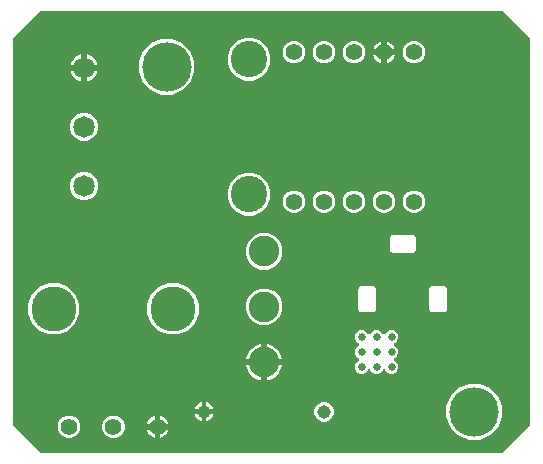
<source format=gbr>
G04 EAGLE Gerber RS-274X export*
G75*
%MOMM*%
%FSLAX34Y34*%
%LPD*%
%INCopper Layer 2*%
%IPPOS*%
%AMOC8*
5,1,8,0,0,1.08239X$1,22.5*%
G01*
%ADD10C,1.400000*%
%ADD11C,3.080000*%
%ADD12C,3.816000*%
%ADD13C,2.590000*%
%ADD14C,1.820000*%
%ADD15C,4.191000*%
%ADD16C,1.137919*%
%ADD17C,0.654800*%

G36*
X417304Y3315D02*
X417304Y3315D01*
X417403Y3318D01*
X417462Y3335D01*
X417522Y3343D01*
X417614Y3379D01*
X417709Y3407D01*
X417761Y3437D01*
X417817Y3460D01*
X417897Y3518D01*
X417983Y3568D01*
X418058Y3634D01*
X418075Y3646D01*
X418083Y3656D01*
X418104Y3674D01*
X440826Y26396D01*
X440886Y26475D01*
X440954Y26547D01*
X440983Y26600D01*
X441020Y26648D01*
X441060Y26739D01*
X441108Y26825D01*
X441123Y26884D01*
X441147Y26939D01*
X441162Y27037D01*
X441187Y27133D01*
X441193Y27233D01*
X441197Y27254D01*
X441195Y27266D01*
X441197Y27294D01*
X441197Y353706D01*
X441185Y353804D01*
X441182Y353903D01*
X441165Y353962D01*
X441157Y354022D01*
X441121Y354114D01*
X441093Y354209D01*
X441063Y354261D01*
X441040Y354317D01*
X440982Y354397D01*
X440932Y354483D01*
X440866Y354558D01*
X440854Y354575D01*
X440844Y354583D01*
X440826Y354604D01*
X418104Y377326D01*
X418025Y377386D01*
X417953Y377454D01*
X417900Y377483D01*
X417852Y377520D01*
X417761Y377560D01*
X417675Y377608D01*
X417616Y377623D01*
X417561Y377647D01*
X417463Y377662D01*
X417367Y377687D01*
X417267Y377693D01*
X417246Y377697D01*
X417234Y377695D01*
X417206Y377697D01*
X27294Y377697D01*
X27196Y377685D01*
X27097Y377682D01*
X27038Y377665D01*
X26978Y377657D01*
X26886Y377621D01*
X26791Y377593D01*
X26739Y377563D01*
X26683Y377540D01*
X26603Y377482D01*
X26517Y377432D01*
X26442Y377366D01*
X26425Y377354D01*
X26417Y377344D01*
X26396Y377326D01*
X3674Y354604D01*
X3614Y354525D01*
X3546Y354453D01*
X3517Y354400D01*
X3480Y354352D01*
X3440Y354261D01*
X3392Y354175D01*
X3377Y354116D01*
X3353Y354061D01*
X3338Y353963D01*
X3313Y353867D01*
X3307Y353767D01*
X3303Y353746D01*
X3305Y353734D01*
X3303Y353706D01*
X3303Y27294D01*
X3315Y27196D01*
X3318Y27097D01*
X3335Y27038D01*
X3343Y26978D01*
X3379Y26886D01*
X3407Y26791D01*
X3437Y26739D01*
X3460Y26683D01*
X3518Y26603D01*
X3568Y26517D01*
X3634Y26442D01*
X3646Y26425D01*
X3656Y26417D01*
X3674Y26396D01*
X26396Y3674D01*
X26475Y3614D01*
X26547Y3546D01*
X26600Y3517D01*
X26648Y3480D01*
X26739Y3440D01*
X26825Y3392D01*
X26884Y3377D01*
X26939Y3353D01*
X27037Y3338D01*
X27133Y3313D01*
X27233Y3307D01*
X27254Y3303D01*
X27266Y3305D01*
X27294Y3303D01*
X417206Y3303D01*
X417304Y3315D01*
G37*
%LPC*%
G36*
X128676Y306704D02*
X128676Y306704D01*
X120041Y310281D01*
X113431Y316891D01*
X109854Y325526D01*
X109854Y334874D01*
X113431Y343509D01*
X120041Y350119D01*
X128676Y353696D01*
X138024Y353696D01*
X146659Y350119D01*
X153269Y343509D01*
X156846Y334874D01*
X156846Y325526D01*
X153269Y316891D01*
X146659Y310281D01*
X138024Y306704D01*
X128676Y306704D01*
G37*
%LPD*%
%LPC*%
G36*
X389026Y14604D02*
X389026Y14604D01*
X380391Y18181D01*
X373781Y24791D01*
X370204Y33426D01*
X370204Y42774D01*
X373781Y51409D01*
X380391Y58019D01*
X389026Y61596D01*
X398374Y61596D01*
X407009Y58019D01*
X413619Y51409D01*
X417196Y42774D01*
X417196Y33426D01*
X413619Y24791D01*
X407009Y18181D01*
X398374Y14604D01*
X389026Y14604D01*
G37*
%LPD*%
%LPC*%
G36*
X33418Y103601D02*
X33418Y103601D01*
X25472Y106893D01*
X19390Y112975D01*
X16098Y120921D01*
X16098Y129523D01*
X19390Y137469D01*
X25472Y143551D01*
X33418Y146843D01*
X42020Y146843D01*
X49966Y143551D01*
X56048Y137469D01*
X59340Y129523D01*
X59340Y120921D01*
X56048Y112975D01*
X49966Y106893D01*
X42020Y103601D01*
X33418Y103601D01*
G37*
%LPD*%
%LPC*%
G36*
X134510Y103601D02*
X134510Y103601D01*
X126564Y106893D01*
X120482Y112975D01*
X117190Y120921D01*
X117190Y129523D01*
X120482Y137469D01*
X126564Y143551D01*
X134510Y146843D01*
X143112Y146843D01*
X151058Y143551D01*
X157140Y137469D01*
X160432Y129523D01*
X160432Y120921D01*
X157140Y112975D01*
X151058Y106893D01*
X143112Y103601D01*
X134510Y103601D01*
G37*
%LPD*%
%LPC*%
G36*
X297293Y70385D02*
X297293Y70385D01*
X295156Y71270D01*
X293520Y72906D01*
X292635Y75043D01*
X292635Y77357D01*
X293520Y79494D01*
X295156Y81129D01*
X295755Y81377D01*
X295875Y81446D01*
X295998Y81511D01*
X296013Y81525D01*
X296031Y81535D01*
X296131Y81631D01*
X296234Y81725D01*
X296245Y81742D01*
X296259Y81756D01*
X296332Y81875D01*
X296408Y81991D01*
X296415Y82010D01*
X296426Y82027D01*
X296466Y82160D01*
X296512Y82292D01*
X296513Y82312D01*
X296519Y82331D01*
X296526Y82470D01*
X296537Y82609D01*
X296533Y82629D01*
X296534Y82649D01*
X296506Y82785D01*
X296482Y82922D01*
X296474Y82941D01*
X296470Y82960D01*
X296409Y83085D01*
X296352Y83212D01*
X296339Y83228D01*
X296330Y83246D01*
X296240Y83352D01*
X296153Y83460D01*
X296137Y83473D01*
X296124Y83488D01*
X296010Y83568D01*
X295899Y83652D01*
X295874Y83664D01*
X295864Y83671D01*
X295845Y83678D01*
X295755Y83723D01*
X295156Y83970D01*
X293520Y85606D01*
X292635Y87743D01*
X292635Y90057D01*
X293520Y92194D01*
X295156Y93830D01*
X295755Y94077D01*
X295875Y94146D01*
X295998Y94211D01*
X296013Y94225D01*
X296031Y94235D01*
X296131Y94332D01*
X296234Y94425D01*
X296245Y94442D01*
X296259Y94456D01*
X296332Y94575D01*
X296408Y94691D01*
X296415Y94710D01*
X296426Y94727D01*
X296466Y94860D01*
X296512Y94992D01*
X296513Y95012D01*
X296519Y95031D01*
X296526Y95170D01*
X296537Y95309D01*
X296533Y95329D01*
X296534Y95349D01*
X296506Y95485D01*
X296482Y95622D01*
X296474Y95641D01*
X296470Y95660D01*
X296409Y95785D01*
X296352Y95912D01*
X296339Y95928D01*
X296330Y95946D01*
X296240Y96052D01*
X296153Y96160D01*
X296137Y96173D01*
X296124Y96188D01*
X296010Y96268D01*
X295899Y96352D01*
X295874Y96364D01*
X295864Y96371D01*
X295845Y96378D01*
X295755Y96423D01*
X295156Y96671D01*
X293520Y98306D01*
X292635Y100443D01*
X292635Y102757D01*
X293520Y104894D01*
X295156Y106530D01*
X297293Y107415D01*
X299607Y107415D01*
X301744Y106530D01*
X303379Y104894D01*
X303627Y104295D01*
X303696Y104175D01*
X303761Y104052D01*
X303775Y104037D01*
X303785Y104019D01*
X303881Y103919D01*
X303975Y103816D01*
X303992Y103805D01*
X304006Y103791D01*
X304125Y103718D01*
X304241Y103642D01*
X304260Y103635D01*
X304277Y103624D01*
X304410Y103584D01*
X304542Y103538D01*
X304562Y103537D01*
X304581Y103531D01*
X304720Y103524D01*
X304859Y103513D01*
X304879Y103517D01*
X304899Y103516D01*
X305035Y103544D01*
X305172Y103568D01*
X305191Y103576D01*
X305210Y103580D01*
X305335Y103641D01*
X305462Y103698D01*
X305478Y103711D01*
X305496Y103720D01*
X305602Y103810D01*
X305710Y103897D01*
X305723Y103913D01*
X305738Y103926D01*
X305818Y104040D01*
X305902Y104151D01*
X305914Y104176D01*
X305921Y104186D01*
X305928Y104205D01*
X305973Y104295D01*
X306220Y104894D01*
X307856Y106530D01*
X309993Y107415D01*
X312307Y107415D01*
X314444Y106530D01*
X316079Y104894D01*
X316327Y104295D01*
X316396Y104175D01*
X316461Y104052D01*
X316475Y104037D01*
X316485Y104019D01*
X316581Y103919D01*
X316675Y103816D01*
X316692Y103805D01*
X316706Y103791D01*
X316825Y103718D01*
X316941Y103642D01*
X316960Y103635D01*
X316977Y103624D01*
X317110Y103584D01*
X317242Y103538D01*
X317262Y103537D01*
X317281Y103531D01*
X317420Y103524D01*
X317559Y103513D01*
X317579Y103517D01*
X317599Y103516D01*
X317735Y103544D01*
X317872Y103568D01*
X317891Y103576D01*
X317910Y103580D01*
X318035Y103641D01*
X318162Y103698D01*
X318178Y103711D01*
X318196Y103720D01*
X318302Y103810D01*
X318410Y103897D01*
X318423Y103913D01*
X318438Y103926D01*
X318518Y104040D01*
X318602Y104151D01*
X318614Y104176D01*
X318621Y104186D01*
X318628Y104205D01*
X318673Y104295D01*
X318920Y104894D01*
X320556Y106530D01*
X322693Y107415D01*
X325007Y107415D01*
X327144Y106530D01*
X328780Y104894D01*
X329665Y102757D01*
X329665Y100443D01*
X328780Y98306D01*
X327144Y96671D01*
X326545Y96423D01*
X326425Y96354D01*
X326302Y96289D01*
X326287Y96275D01*
X326269Y96265D01*
X326169Y96169D01*
X326066Y96075D01*
X326055Y96058D01*
X326041Y96044D01*
X325968Y95925D01*
X325892Y95809D01*
X325885Y95790D01*
X325874Y95773D01*
X325834Y95640D01*
X325788Y95508D01*
X325787Y95488D01*
X325781Y95469D01*
X325774Y95330D01*
X325763Y95191D01*
X325767Y95171D01*
X325766Y95151D01*
X325794Y95015D01*
X325818Y94878D01*
X325826Y94859D01*
X325830Y94840D01*
X325891Y94715D01*
X325948Y94588D01*
X325961Y94572D01*
X325970Y94554D01*
X326060Y94448D01*
X326147Y94340D01*
X326163Y94327D01*
X326176Y94312D01*
X326290Y94232D01*
X326401Y94148D01*
X326426Y94136D01*
X326436Y94129D01*
X326455Y94122D01*
X326545Y94077D01*
X327144Y93830D01*
X328780Y92194D01*
X329665Y90057D01*
X329665Y87743D01*
X328780Y85606D01*
X327144Y83970D01*
X326545Y83723D01*
X326425Y83654D01*
X326302Y83589D01*
X326287Y83575D01*
X326269Y83565D01*
X326169Y83468D01*
X326066Y83375D01*
X326055Y83358D01*
X326041Y83344D01*
X325968Y83225D01*
X325892Y83109D01*
X325885Y83090D01*
X325874Y83073D01*
X325834Y82940D01*
X325788Y82808D01*
X325787Y82788D01*
X325781Y82769D01*
X325774Y82630D01*
X325763Y82491D01*
X325767Y82471D01*
X325766Y82451D01*
X325794Y82315D01*
X325818Y82178D01*
X325826Y82159D01*
X325830Y82140D01*
X325891Y82015D01*
X325948Y81888D01*
X325961Y81872D01*
X325970Y81854D01*
X326060Y81748D01*
X326147Y81640D01*
X326163Y81627D01*
X326176Y81612D01*
X326290Y81532D01*
X326401Y81448D01*
X326426Y81436D01*
X326436Y81429D01*
X326455Y81422D01*
X326545Y81377D01*
X327144Y81129D01*
X328780Y79494D01*
X329665Y77357D01*
X329665Y75043D01*
X328780Y72906D01*
X327144Y71270D01*
X325007Y70385D01*
X322693Y70385D01*
X320556Y71270D01*
X318920Y72906D01*
X318673Y73505D01*
X318604Y73625D01*
X318539Y73748D01*
X318525Y73763D01*
X318515Y73781D01*
X318418Y73881D01*
X318325Y73984D01*
X318308Y73995D01*
X318294Y74009D01*
X318176Y74082D01*
X318059Y74158D01*
X318040Y74165D01*
X318023Y74176D01*
X317890Y74216D01*
X317758Y74262D01*
X317738Y74263D01*
X317719Y74269D01*
X317579Y74276D01*
X317441Y74287D01*
X317421Y74283D01*
X317401Y74284D01*
X317264Y74256D01*
X317128Y74232D01*
X317110Y74224D01*
X317090Y74220D01*
X316964Y74159D01*
X316838Y74102D01*
X316822Y74089D01*
X316804Y74080D01*
X316698Y73990D01*
X316589Y73903D01*
X316577Y73887D01*
X316562Y73874D01*
X316482Y73761D01*
X316398Y73649D01*
X316386Y73624D01*
X316379Y73614D01*
X316372Y73595D01*
X316327Y73505D01*
X316079Y72906D01*
X314444Y71270D01*
X312307Y70385D01*
X309993Y70385D01*
X307856Y71270D01*
X306220Y72906D01*
X305973Y73505D01*
X305904Y73625D01*
X305839Y73748D01*
X305825Y73763D01*
X305815Y73781D01*
X305718Y73881D01*
X305625Y73984D01*
X305608Y73995D01*
X305594Y74009D01*
X305476Y74082D01*
X305359Y74158D01*
X305340Y74165D01*
X305323Y74176D01*
X305190Y74216D01*
X305058Y74262D01*
X305038Y74263D01*
X305019Y74269D01*
X304879Y74276D01*
X304741Y74287D01*
X304721Y74283D01*
X304701Y74284D01*
X304564Y74256D01*
X304428Y74232D01*
X304410Y74224D01*
X304390Y74220D01*
X304264Y74159D01*
X304138Y74102D01*
X304122Y74089D01*
X304104Y74080D01*
X303998Y73990D01*
X303889Y73903D01*
X303877Y73887D01*
X303862Y73874D01*
X303782Y73761D01*
X303698Y73649D01*
X303686Y73624D01*
X303679Y73614D01*
X303672Y73595D01*
X303627Y73505D01*
X303379Y72906D01*
X301744Y71270D01*
X299607Y70385D01*
X297293Y70385D01*
G37*
%LPD*%
%LPC*%
G36*
X199631Y318609D02*
X199631Y318609D01*
X193037Y321341D01*
X187991Y326387D01*
X185259Y332981D01*
X185259Y340119D01*
X187991Y346713D01*
X193037Y351759D01*
X199631Y354491D01*
X206769Y354491D01*
X213363Y351759D01*
X218409Y346713D01*
X221141Y340119D01*
X221141Y332981D01*
X218409Y326387D01*
X213363Y321341D01*
X206769Y318609D01*
X199631Y318609D01*
G37*
%LPD*%
%LPC*%
G36*
X199631Y204309D02*
X199631Y204309D01*
X193037Y207041D01*
X187991Y212087D01*
X185259Y218681D01*
X185259Y225819D01*
X187991Y232413D01*
X193037Y237459D01*
X199631Y240191D01*
X206769Y240191D01*
X213363Y237459D01*
X218409Y232413D01*
X221141Y225819D01*
X221141Y218681D01*
X218409Y212087D01*
X213363Y207041D01*
X206769Y204309D01*
X199631Y204309D01*
G37*
%LPD*%
%LPC*%
G36*
X212819Y158509D02*
X212819Y158509D01*
X207125Y160868D01*
X202768Y165225D01*
X200409Y170919D01*
X200409Y177081D01*
X202768Y182775D01*
X207125Y187132D01*
X212819Y189491D01*
X218981Y189491D01*
X224675Y187132D01*
X229032Y182775D01*
X231391Y177081D01*
X231391Y170919D01*
X229032Y165225D01*
X224675Y160868D01*
X218981Y158509D01*
X212819Y158509D01*
G37*
%LPD*%
%LPC*%
G36*
X212819Y111509D02*
X212819Y111509D01*
X207125Y113868D01*
X202768Y118225D01*
X200409Y123919D01*
X200409Y130081D01*
X202768Y135775D01*
X207125Y140132D01*
X212819Y142491D01*
X218981Y142491D01*
X224675Y140132D01*
X229032Y135775D01*
X231391Y130081D01*
X231391Y123919D01*
X229032Y118225D01*
X224675Y113868D01*
X218981Y111509D01*
X212819Y111509D01*
G37*
%LPD*%
%LPC*%
G36*
X61184Y267759D02*
X61184Y267759D01*
X56906Y269531D01*
X53631Y272806D01*
X51859Y277084D01*
X51859Y281716D01*
X53631Y285994D01*
X56906Y289269D01*
X61184Y291041D01*
X65816Y291041D01*
X70094Y289269D01*
X73369Y285994D01*
X75141Y281716D01*
X75141Y277084D01*
X73369Y272806D01*
X70094Y269531D01*
X65816Y267759D01*
X61184Y267759D01*
G37*
%LPD*%
%LPC*%
G36*
X61184Y217759D02*
X61184Y217759D01*
X56906Y219531D01*
X53631Y222806D01*
X51859Y227084D01*
X51859Y231716D01*
X53631Y235994D01*
X56906Y239269D01*
X61184Y241041D01*
X65816Y241041D01*
X70094Y239269D01*
X73369Y235994D01*
X75141Y231716D01*
X75141Y227084D01*
X73369Y222806D01*
X70094Y219531D01*
X65816Y217759D01*
X61184Y217759D01*
G37*
%LPD*%
%LPC*%
G36*
X357727Y122259D02*
X357727Y122259D01*
X357599Y122387D01*
X357599Y122388D01*
X357511Y122476D01*
X357443Y122528D01*
X357382Y122588D01*
X357268Y122664D01*
X357259Y122671D01*
X357255Y122672D01*
X357248Y122677D01*
X356537Y123087D01*
X356127Y123798D01*
X356076Y123866D01*
X356032Y123940D01*
X355942Y124042D01*
X355935Y124051D01*
X355932Y124054D01*
X355926Y124060D01*
X355709Y124277D01*
X355709Y142423D01*
X355837Y142551D01*
X355838Y142551D01*
X355926Y142639D01*
X355978Y142707D01*
X356038Y142768D01*
X356114Y142882D01*
X356121Y142891D01*
X356122Y142895D01*
X356127Y142902D01*
X356537Y143613D01*
X357248Y144023D01*
X357316Y144074D01*
X357390Y144118D01*
X357492Y144208D01*
X357501Y144215D01*
X357504Y144218D01*
X357510Y144224D01*
X357727Y144441D01*
X368873Y144441D01*
X369001Y144312D01*
X369089Y144224D01*
X369157Y144172D01*
X369218Y144112D01*
X369332Y144036D01*
X369341Y144029D01*
X369345Y144028D01*
X369352Y144023D01*
X370063Y143613D01*
X370473Y142902D01*
X370524Y142834D01*
X370568Y142760D01*
X370658Y142658D01*
X370665Y142649D01*
X370668Y142646D01*
X370674Y142640D01*
X370891Y142423D01*
X370891Y124277D01*
X370674Y124060D01*
X370622Y123993D01*
X370562Y123932D01*
X370486Y123818D01*
X370479Y123809D01*
X370478Y123805D01*
X370473Y123798D01*
X370063Y123087D01*
X369352Y122677D01*
X369284Y122626D01*
X369210Y122582D01*
X369108Y122492D01*
X369099Y122485D01*
X369096Y122482D01*
X369090Y122476D01*
X369002Y122388D01*
X369001Y122387D01*
X368873Y122259D01*
X357727Y122259D01*
G37*
%LPD*%
%LPC*%
G36*
X297727Y122259D02*
X297727Y122259D01*
X297599Y122387D01*
X297511Y122476D01*
X297443Y122528D01*
X297382Y122588D01*
X297268Y122664D01*
X297259Y122671D01*
X297255Y122672D01*
X297248Y122677D01*
X296537Y123087D01*
X296127Y123798D01*
X296076Y123866D01*
X296032Y123940D01*
X295942Y124042D01*
X295935Y124051D01*
X295932Y124054D01*
X295926Y124060D01*
X295709Y124277D01*
X295709Y142423D01*
X295926Y142640D01*
X295978Y142707D01*
X296038Y142768D01*
X296114Y142882D01*
X296121Y142891D01*
X296122Y142895D01*
X296127Y142902D01*
X296537Y143613D01*
X297248Y144023D01*
X297316Y144074D01*
X297390Y144118D01*
X297492Y144208D01*
X297501Y144215D01*
X297504Y144218D01*
X297510Y144224D01*
X297727Y144441D01*
X308873Y144441D01*
X309090Y144224D01*
X309157Y144172D01*
X309218Y144112D01*
X309332Y144036D01*
X309341Y144029D01*
X309345Y144028D01*
X309352Y144023D01*
X310063Y143613D01*
X310473Y142902D01*
X310524Y142834D01*
X310568Y142760D01*
X310658Y142658D01*
X310665Y142649D01*
X310668Y142646D01*
X310674Y142639D01*
X310762Y142552D01*
X310763Y142551D01*
X310891Y142423D01*
X310891Y124277D01*
X310763Y124149D01*
X310762Y124149D01*
X310674Y124061D01*
X310622Y123993D01*
X310562Y123932D01*
X310486Y123818D01*
X310479Y123809D01*
X310478Y123805D01*
X310473Y123798D01*
X310063Y123087D01*
X309352Y122677D01*
X309284Y122626D01*
X309210Y122582D01*
X309108Y122492D01*
X309099Y122485D01*
X309096Y122482D01*
X309090Y122476D01*
X308873Y122259D01*
X297727Y122259D01*
G37*
%LPD*%
%LPC*%
G36*
X324227Y172759D02*
X324227Y172759D01*
X324010Y172976D01*
X323943Y173028D01*
X323882Y173088D01*
X323768Y173164D01*
X323759Y173171D01*
X323755Y173172D01*
X323748Y173177D01*
X323037Y173587D01*
X322627Y174298D01*
X322576Y174366D01*
X322532Y174440D01*
X322442Y174542D01*
X322435Y174551D01*
X322432Y174554D01*
X322426Y174561D01*
X322338Y174648D01*
X322337Y174649D01*
X322209Y174777D01*
X322209Y185923D01*
X322337Y186051D01*
X322338Y186051D01*
X322426Y186139D01*
X322478Y186207D01*
X322538Y186268D01*
X322614Y186382D01*
X322621Y186391D01*
X322622Y186395D01*
X322627Y186402D01*
X323037Y187113D01*
X323748Y187523D01*
X323816Y187574D01*
X323890Y187618D01*
X323992Y187708D01*
X324001Y187715D01*
X324004Y187718D01*
X324010Y187724D01*
X324227Y187941D01*
X342373Y187941D01*
X342501Y187813D01*
X342501Y187812D01*
X342589Y187724D01*
X342657Y187672D01*
X342718Y187612D01*
X342753Y187589D01*
X342755Y187587D01*
X342758Y187585D01*
X342832Y187536D01*
X342841Y187529D01*
X342845Y187528D01*
X342852Y187523D01*
X343563Y187113D01*
X343973Y186402D01*
X344024Y186334D01*
X344068Y186260D01*
X344158Y186158D01*
X344165Y186149D01*
X344168Y186146D01*
X344174Y186140D01*
X344391Y185923D01*
X344391Y174777D01*
X344263Y174649D01*
X344262Y174649D01*
X344174Y174561D01*
X344122Y174493D01*
X344062Y174432D01*
X343986Y174318D01*
X343979Y174309D01*
X343978Y174305D01*
X343973Y174298D01*
X343563Y173587D01*
X342852Y173177D01*
X342784Y173126D01*
X342710Y173082D01*
X342608Y172992D01*
X342599Y172985D01*
X342596Y172982D01*
X342590Y172976D01*
X342373Y172759D01*
X324227Y172759D01*
G37*
%LPD*%
%LPC*%
G36*
X341002Y333105D02*
X341002Y333105D01*
X337496Y334558D01*
X334812Y337242D01*
X333359Y340748D01*
X333359Y344544D01*
X334812Y348050D01*
X337496Y350734D01*
X341002Y352187D01*
X344798Y352187D01*
X348304Y350734D01*
X350988Y348050D01*
X352441Y344544D01*
X352441Y340748D01*
X350988Y337242D01*
X348304Y334558D01*
X344798Y333105D01*
X341002Y333105D01*
G37*
%LPD*%
%LPC*%
G36*
X290202Y333105D02*
X290202Y333105D01*
X286696Y334558D01*
X284012Y337242D01*
X282559Y340748D01*
X282559Y344544D01*
X284012Y348050D01*
X286696Y350734D01*
X290202Y352187D01*
X293998Y352187D01*
X297504Y350734D01*
X300188Y348050D01*
X301641Y344544D01*
X301641Y340748D01*
X300188Y337242D01*
X297504Y334558D01*
X293998Y333105D01*
X290202Y333105D01*
G37*
%LPD*%
%LPC*%
G36*
X264802Y333105D02*
X264802Y333105D01*
X261296Y334558D01*
X258612Y337242D01*
X257159Y340748D01*
X257159Y344544D01*
X258612Y348050D01*
X261296Y350734D01*
X264802Y352187D01*
X268598Y352187D01*
X272104Y350734D01*
X274788Y348050D01*
X276241Y344544D01*
X276241Y340748D01*
X274788Y337242D01*
X272104Y334558D01*
X268598Y333105D01*
X264802Y333105D01*
G37*
%LPD*%
%LPC*%
G36*
X48902Y15859D02*
X48902Y15859D01*
X45396Y17312D01*
X42712Y19996D01*
X41259Y23502D01*
X41259Y27298D01*
X42712Y30804D01*
X45396Y33488D01*
X48902Y34941D01*
X52698Y34941D01*
X56204Y33488D01*
X58888Y30804D01*
X60341Y27298D01*
X60341Y23502D01*
X58888Y19996D01*
X56204Y17312D01*
X52698Y15859D01*
X48902Y15859D01*
G37*
%LPD*%
%LPC*%
G36*
X341002Y206359D02*
X341002Y206359D01*
X337496Y207812D01*
X334812Y210496D01*
X333359Y214002D01*
X333359Y217798D01*
X334812Y221304D01*
X337496Y223988D01*
X341002Y225441D01*
X344798Y225441D01*
X348304Y223988D01*
X350988Y221304D01*
X352441Y217798D01*
X352441Y214002D01*
X350988Y210496D01*
X348304Y207812D01*
X344798Y206359D01*
X341002Y206359D01*
G37*
%LPD*%
%LPC*%
G36*
X315602Y206359D02*
X315602Y206359D01*
X312096Y207812D01*
X309412Y210496D01*
X307959Y214002D01*
X307959Y217798D01*
X309412Y221304D01*
X312096Y223988D01*
X315602Y225441D01*
X319398Y225441D01*
X322904Y223988D01*
X325588Y221304D01*
X327041Y217798D01*
X327041Y214002D01*
X325588Y210496D01*
X322904Y207812D01*
X319398Y206359D01*
X315602Y206359D01*
G37*
%LPD*%
%LPC*%
G36*
X290202Y206359D02*
X290202Y206359D01*
X286696Y207812D01*
X284012Y210496D01*
X282559Y214002D01*
X282559Y217798D01*
X284012Y221304D01*
X286696Y223988D01*
X290202Y225441D01*
X293998Y225441D01*
X297504Y223988D01*
X300188Y221304D01*
X301641Y217798D01*
X301641Y214002D01*
X300188Y210496D01*
X297504Y207812D01*
X293998Y206359D01*
X290202Y206359D01*
G37*
%LPD*%
%LPC*%
G36*
X264802Y206359D02*
X264802Y206359D01*
X261296Y207812D01*
X258612Y210496D01*
X257159Y214002D01*
X257159Y217798D01*
X258612Y221304D01*
X261296Y223988D01*
X264802Y225441D01*
X268598Y225441D01*
X272104Y223988D01*
X274788Y221304D01*
X276241Y217798D01*
X276241Y214002D01*
X274788Y210496D01*
X272104Y207812D01*
X268598Y206359D01*
X264802Y206359D01*
G37*
%LPD*%
%LPC*%
G36*
X239402Y206359D02*
X239402Y206359D01*
X235896Y207812D01*
X233212Y210496D01*
X231759Y214002D01*
X231759Y217798D01*
X233212Y221304D01*
X235896Y223988D01*
X239402Y225441D01*
X243198Y225441D01*
X246704Y223988D01*
X249388Y221304D01*
X250841Y217798D01*
X250841Y214002D01*
X249388Y210496D01*
X246704Y207812D01*
X243198Y206359D01*
X239402Y206359D01*
G37*
%LPD*%
%LPC*%
G36*
X239402Y333105D02*
X239402Y333105D01*
X235896Y334558D01*
X233212Y337242D01*
X231759Y340748D01*
X231759Y344544D01*
X233212Y348050D01*
X235896Y350734D01*
X239402Y352187D01*
X243198Y352187D01*
X246704Y350734D01*
X249388Y348050D01*
X250841Y344544D01*
X250841Y340748D01*
X249388Y337242D01*
X246704Y334558D01*
X243198Y333105D01*
X239402Y333105D01*
G37*
%LPD*%
%LPC*%
G36*
X86367Y15859D02*
X86367Y15859D01*
X82861Y17312D01*
X80177Y19996D01*
X78724Y23502D01*
X78724Y27298D01*
X80177Y30804D01*
X82861Y33488D01*
X86367Y34941D01*
X90163Y34941D01*
X93669Y33488D01*
X96353Y30804D01*
X97806Y27298D01*
X97806Y23502D01*
X96353Y19996D01*
X93669Y17312D01*
X90163Y15859D01*
X86367Y15859D01*
G37*
%LPD*%
%LPC*%
G36*
X265063Y29870D02*
X265063Y29870D01*
X262038Y31123D01*
X259723Y33438D01*
X258470Y36463D01*
X258470Y39737D01*
X259723Y42762D01*
X262038Y45077D01*
X265063Y46330D01*
X268337Y46330D01*
X271362Y45077D01*
X273677Y42762D01*
X274930Y39737D01*
X274930Y36463D01*
X273677Y33438D01*
X271362Y31123D01*
X268337Y29870D01*
X265063Y29870D01*
G37*
%LPD*%
%LPC*%
G36*
X218439Y82539D02*
X218439Y82539D01*
X218439Y95290D01*
X218929Y95226D01*
X220890Y94700D01*
X222766Y93923D01*
X224524Y92908D01*
X226136Y91671D01*
X227571Y90236D01*
X228808Y88624D01*
X229823Y86866D01*
X230600Y84990D01*
X231126Y83029D01*
X231190Y82539D01*
X218439Y82539D01*
G37*
%LPD*%
%LPC*%
G36*
X200610Y82539D02*
X200610Y82539D01*
X200674Y83028D01*
X201200Y84990D01*
X201977Y86866D01*
X202992Y88624D01*
X204229Y90236D01*
X205664Y91671D01*
X207276Y92908D01*
X209034Y93923D01*
X210910Y94700D01*
X212871Y95226D01*
X213361Y95290D01*
X213361Y82539D01*
X200610Y82539D01*
G37*
%LPD*%
%LPC*%
G36*
X218439Y77461D02*
X218439Y77461D01*
X231190Y77461D01*
X231126Y76971D01*
X230600Y75010D01*
X229823Y73134D01*
X228808Y71376D01*
X227571Y69764D01*
X226136Y68329D01*
X224524Y67092D01*
X222766Y66077D01*
X220890Y65300D01*
X218928Y64774D01*
X218439Y64710D01*
X218439Y77461D01*
G37*
%LPD*%
%LPC*%
G36*
X212872Y64774D02*
X212872Y64774D01*
X210910Y65300D01*
X209034Y66077D01*
X207276Y67092D01*
X205664Y68329D01*
X204229Y69764D01*
X202992Y71376D01*
X201977Y73134D01*
X201200Y75010D01*
X200674Y76972D01*
X200610Y77461D01*
X213361Y77461D01*
X213361Y64710D01*
X212872Y64774D01*
G37*
%LPD*%
%LPC*%
G36*
X66039Y331939D02*
X66039Y331939D01*
X66039Y340784D01*
X66226Y340754D01*
X67969Y340188D01*
X69601Y339356D01*
X71083Y338279D01*
X72379Y336983D01*
X73456Y335501D01*
X74288Y333869D01*
X74854Y332126D01*
X74884Y331939D01*
X66039Y331939D01*
G37*
%LPD*%
%LPC*%
G36*
X52116Y331939D02*
X52116Y331939D01*
X52146Y332126D01*
X52712Y333869D01*
X53544Y335501D01*
X54621Y336983D01*
X55917Y338279D01*
X57399Y339356D01*
X59031Y340188D01*
X60774Y340754D01*
X60961Y340784D01*
X60961Y331939D01*
X52116Y331939D01*
G37*
%LPD*%
%LPC*%
G36*
X66039Y326861D02*
X66039Y326861D01*
X74884Y326861D01*
X74854Y326674D01*
X74288Y324931D01*
X73456Y323299D01*
X72379Y321817D01*
X71083Y320521D01*
X69601Y319444D01*
X67969Y318612D01*
X66226Y318046D01*
X66039Y318016D01*
X66039Y326861D01*
G37*
%LPD*%
%LPC*%
G36*
X60774Y318046D02*
X60774Y318046D01*
X59031Y318612D01*
X57399Y319444D01*
X55917Y320521D01*
X54621Y321817D01*
X53544Y323299D01*
X52712Y324931D01*
X52146Y326674D01*
X52116Y326861D01*
X60961Y326861D01*
X60961Y318016D01*
X60774Y318046D01*
G37*
%LPD*%
%LPC*%
G36*
X319999Y345145D02*
X319999Y345145D01*
X319999Y351866D01*
X321162Y351488D01*
X322501Y350806D01*
X323715Y349923D01*
X324777Y348861D01*
X325660Y347647D01*
X326342Y346308D01*
X326720Y345145D01*
X319999Y345145D01*
G37*
%LPD*%
%LPC*%
G36*
X128229Y27899D02*
X128229Y27899D01*
X128229Y34620D01*
X129392Y34242D01*
X130731Y33560D01*
X131945Y32677D01*
X133007Y31615D01*
X133890Y30401D01*
X134572Y29062D01*
X134950Y27899D01*
X128229Y27899D01*
G37*
%LPD*%
%LPC*%
G36*
X319999Y340147D02*
X319999Y340147D01*
X326720Y340147D01*
X326342Y338984D01*
X325660Y337645D01*
X324777Y336431D01*
X323715Y335369D01*
X322501Y334486D01*
X321162Y333804D01*
X319999Y333426D01*
X319999Y340147D01*
G37*
%LPD*%
%LPC*%
G36*
X308280Y345145D02*
X308280Y345145D01*
X308658Y346308D01*
X309340Y347647D01*
X310223Y348861D01*
X311285Y349923D01*
X312499Y350806D01*
X313838Y351488D01*
X315001Y351866D01*
X315001Y345145D01*
X308280Y345145D01*
G37*
%LPD*%
%LPC*%
G36*
X116510Y27899D02*
X116510Y27899D01*
X116888Y29062D01*
X117570Y30401D01*
X118453Y31615D01*
X119515Y32677D01*
X120729Y33560D01*
X122068Y34242D01*
X123231Y34620D01*
X123231Y27899D01*
X116510Y27899D01*
G37*
%LPD*%
%LPC*%
G36*
X128229Y22901D02*
X128229Y22901D01*
X134950Y22901D01*
X134572Y21738D01*
X133890Y20399D01*
X133007Y19185D01*
X131945Y18123D01*
X130731Y17240D01*
X129392Y16558D01*
X128229Y16180D01*
X128229Y22901D01*
G37*
%LPD*%
%LPC*%
G36*
X313838Y333804D02*
X313838Y333804D01*
X312499Y334486D01*
X311285Y335369D01*
X310223Y336431D01*
X309340Y337645D01*
X308658Y338984D01*
X308280Y340147D01*
X315001Y340147D01*
X315001Y333426D01*
X313838Y333804D01*
G37*
%LPD*%
%LPC*%
G36*
X122068Y16558D02*
X122068Y16558D01*
X120729Y17240D01*
X119515Y18123D01*
X118453Y19185D01*
X117570Y20399D01*
X116888Y21738D01*
X116510Y22901D01*
X123231Y22901D01*
X123231Y16180D01*
X122068Y16558D01*
G37*
%LPD*%
%LPC*%
G36*
X167131Y40131D02*
X167131Y40131D01*
X167131Y46088D01*
X167501Y46014D01*
X168998Y45394D01*
X170347Y44493D01*
X171493Y43347D01*
X172394Y41998D01*
X173014Y40501D01*
X173088Y40131D01*
X167131Y40131D01*
G37*
%LPD*%
%LPC*%
G36*
X157112Y40131D02*
X157112Y40131D01*
X157186Y40501D01*
X157806Y41998D01*
X158707Y43347D01*
X159853Y44493D01*
X161202Y45394D01*
X162699Y46014D01*
X163069Y46088D01*
X163069Y40131D01*
X157112Y40131D01*
G37*
%LPD*%
%LPC*%
G36*
X167131Y36069D02*
X167131Y36069D01*
X173088Y36069D01*
X173014Y35699D01*
X172394Y34202D01*
X171493Y32853D01*
X170347Y31707D01*
X168998Y30806D01*
X167501Y30186D01*
X167131Y30112D01*
X167131Y36069D01*
G37*
%LPD*%
%LPC*%
G36*
X162699Y30186D02*
X162699Y30186D01*
X161202Y30806D01*
X159853Y31707D01*
X158707Y32853D01*
X157806Y34202D01*
X157186Y35699D01*
X157112Y36069D01*
X163069Y36069D01*
X163069Y30112D01*
X162699Y30186D01*
G37*
%LPD*%
%LPC*%
G36*
X63499Y329399D02*
X63499Y329399D01*
X63499Y329401D01*
X63501Y329401D01*
X63501Y329399D01*
X63499Y329399D01*
G37*
%LPD*%
%LPC*%
G36*
X215899Y79999D02*
X215899Y79999D01*
X215899Y80001D01*
X215901Y80001D01*
X215901Y79999D01*
X215899Y79999D01*
G37*
%LPD*%
D10*
X342900Y342646D03*
X317500Y342646D03*
X292100Y342646D03*
X266700Y342646D03*
X241300Y342646D03*
X241300Y215900D03*
X266700Y215900D03*
X292100Y215900D03*
X317500Y215900D03*
X342900Y215900D03*
D11*
X203200Y336550D03*
X203200Y222250D03*
D10*
X50800Y25400D03*
X125730Y25400D03*
X88265Y25400D03*
D12*
X138811Y125222D03*
X37719Y125222D03*
D13*
X215900Y174000D03*
X215900Y127000D03*
X215900Y80000D03*
D14*
X63500Y229400D03*
X63500Y279400D03*
X63500Y329400D03*
D15*
X133350Y330200D03*
X393700Y38100D03*
D16*
X165100Y38100D03*
X266700Y38100D03*
D17*
X400050Y120650D03*
X387350Y120650D03*
X387350Y133350D03*
X387350Y146050D03*
X400050Y133350D03*
X400050Y146050D03*
X298450Y101600D03*
X311150Y101600D03*
X323850Y101600D03*
X323850Y88900D03*
X311150Y88900D03*
X298450Y88900D03*
X298450Y76200D03*
X311150Y76200D03*
X323850Y76200D03*
M02*

</source>
